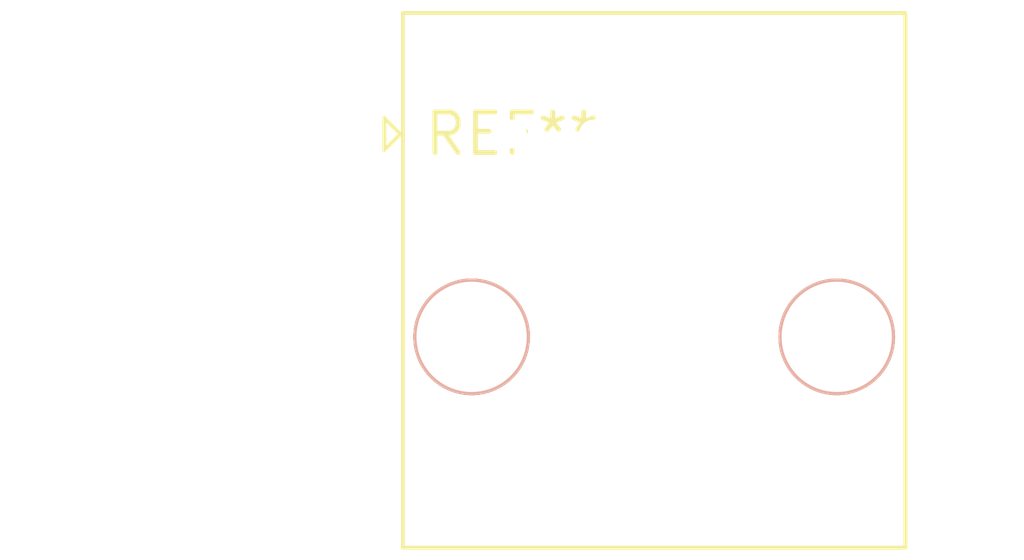
<source format=kicad_pcb>
(kicad_pcb (version 20240108) (generator pcbnew)
  (layers (0 "F.Cu" signal) (31 "B.Cu" signal) (34 "B.Paste" user) (35 "F.Paste" user) (36 "B.SilkS" user "B.Silkscreen") (37 "F.SilkS" user "F.Silkscreen") (38 "B.Mask" user) (39 "F.Mask" user) (44 "Edge.Cuts" user))
  (net 0 "")
  (footprint "RJ45_OST_PJ012-8P8CX_Vertical" (layer "F.Cu") (at 0 0)
    (property "Reference" "REF**")
    (property "Value" "RJ45_OST_PJ012-8P8CX_Vertical")
    (fp_line (start -4 -0.5) (end -4 0.5) (layer "F.SilkS") (stroke (width 0.12)))
    (fp_line (start -4 0.5) (end -3.5 0) (layer "F.SilkS") (stroke (width 0.12)))
    (fp_line (start -3.5 0) (end -4 -0.5) (layer "F.SilkS") (stroke (width 0.12)))
    (fp_line (start -3.42 -3.79) (end -3.42 12.95) (layer "F.SilkS") (stroke (width 0.12)))
    (fp_line (start 12.3 -3.79) (end -3.42 -3.79) (layer "F.SilkS") (stroke (width 0.12)))
    (fp_line (start 12.31 -3.79) (end 12.31 12.95) (layer "F.SilkS") (stroke (width 0.12)))
    (fp_line (start 12.31 12.95) (end -3.42 12.95) (layer "F.SilkS") (stroke (width 0.12)))
    (pad "" np_thru_hole circle (at -1.27 6.35) (size 3.65 3.65) (drill 3.45) (layers *.Cu *.SilkS *.Mask))
    (pad "" np_thru_hole circle (at 10.16 6.35) (size 3.65 3.65) (drill 3.45) (layers *.Cu *.SilkS *.Mask))
    (pad "1" thru_hole rect (at 0 0) (size 1.5 1.5) (drill 0.9) (layers *.Cu *.Mask) (remove_unused_layers))
    (pad "2" thru_hole circle (at 1.27 -2.54) (size 1.5 1.5) (drill 0.9) (layers *.Cu *.Mask) (remove_unused_layers))
    (pad "3" thru_hole circle (at 2.54 0) (size 1.5 1.5) (drill 0.9) (layers *.Cu *.Mask) (remove_unused_layers))
    (pad "4" thru_hole circle (at 3.81 -2.54) (size 1.5 1.5) (drill 0.9) (layers *.Cu *.Mask) (remove_unused_layers))
    (pad "5" thru_hole circle (at 5.08 0) (size 1.5 1.5) (drill 0.9) (layers *.Cu *.Mask) (remove_unused_layers))
    (pad "6" thru_hole circle (at 6.35 -2.54) (size 1.5 1.5) (drill 0.9) (layers *.Cu *.Mask) (remove_unused_layers))
    (pad "7" thru_hole circle (at 7.62 0) (size 1.5 1.5) (drill 0.9) (layers *.Cu *.Mask) (remove_unused_layers))
    (pad "8" thru_hole circle (at 8.89 -2.54) (size 1.5 1.5) (drill 0.9) (layers *.Cu *.Mask) (remove_unused_layers))
  )
)
</source>
